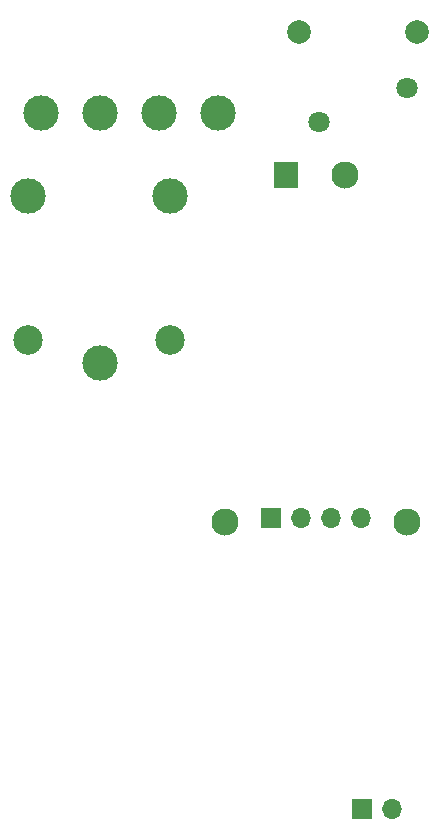
<source format=gbr>
%TF.GenerationSoftware,KiCad,Pcbnew,7.0.1*%
%TF.CreationDate,2023-04-13T16:06:33-04:00*%
%TF.ProjectId,IoT Lightswitch,496f5420-4c69-4676-9874-737769746368,rev?*%
%TF.SameCoordinates,Original*%
%TF.FileFunction,Soldermask,Bot*%
%TF.FilePolarity,Negative*%
%FSLAX46Y46*%
G04 Gerber Fmt 4.6, Leading zero omitted, Abs format (unit mm)*
G04 Created by KiCad (PCBNEW 7.0.1) date 2023-04-13 16:06:33*
%MOMM*%
%LPD*%
G01*
G04 APERTURE LIST*
%ADD10C,3.000000*%
%ADD11R,1.700000X1.700000*%
%ADD12O,1.700000X1.700000*%
%ADD13C,2.500000*%
%ADD14C,1.800000*%
%ADD15R,2.000000X2.300000*%
%ADD16C,2.300000*%
%ADD17C,2.000000*%
G04 APERTURE END LIST*
D10*
%TO.C,J1*%
X157574000Y-60960000D03*
X152574000Y-60960000D03*
X147574000Y-60960000D03*
X142574000Y-60960000D03*
%TD*%
D11*
%TO.C,SW5*%
X169799000Y-119888000D03*
D12*
X172339000Y-119888000D03*
%TD*%
D11*
%TO.C,V  T  R  G*%
X162062000Y-95250000D03*
D12*
X164602000Y-95250000D03*
X167142000Y-95250000D03*
X169682000Y-95250000D03*
%TD*%
D10*
%TO.C,K1*%
X147574000Y-82160000D03*
D13*
X153524000Y-80210000D03*
D10*
X141524000Y-68010000D03*
X153574000Y-67960000D03*
D13*
X141524000Y-80210000D03*
%TD*%
D14*
%TO.C,RV1*%
X166116000Y-61722000D03*
X173616000Y-58822000D03*
%TD*%
D15*
%TO.C,PS1*%
X163362000Y-66209500D03*
D16*
X168362000Y-66209500D03*
X158162000Y-95609500D03*
X173562000Y-95609500D03*
%TD*%
D17*
%TO.C,C2*%
X164418000Y-54102000D03*
X174418000Y-54102000D03*
%TD*%
M02*

</source>
